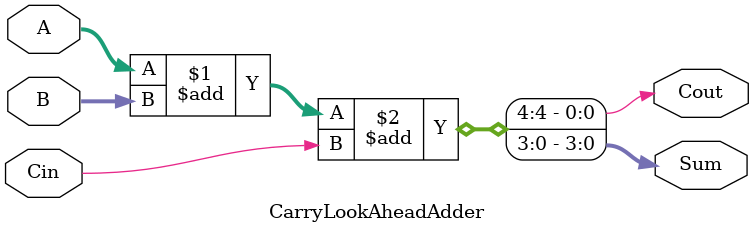
<source format=v>
module CarryLookAheadAdder (
  input [3:0] A, B,
  input Cin,
  output [3:0] Sum,
  output Cout
);

  assign {Cout, Sum} = A + B + Cin;

endmodule

</source>
